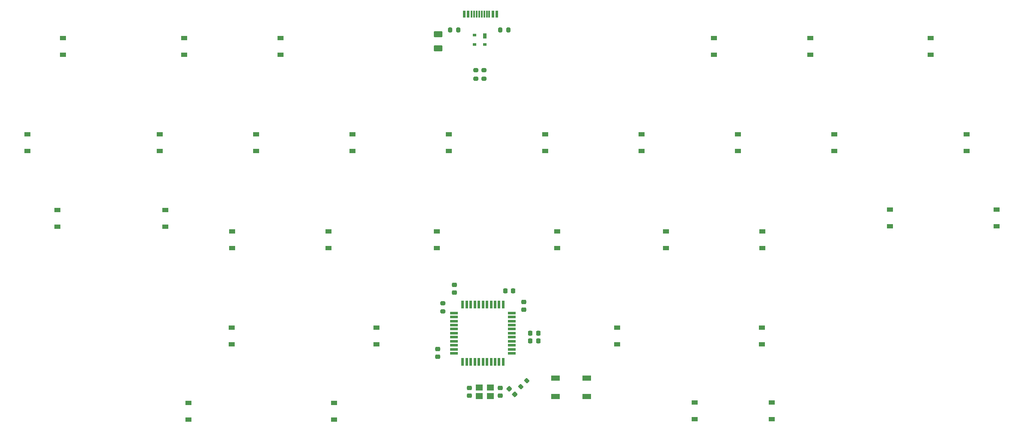
<source format=gbr>
G04 #@! TF.GenerationSoftware,KiCad,Pcbnew,6.0.8-1.fc36*
G04 #@! TF.CreationDate,2022-10-15T08:34:19+02:00*
G04 #@! TF.ProjectId,klacker_small,6b6c6163-6b65-4725-9f73-6d616c6c2e6b,rev?*
G04 #@! TF.SameCoordinates,Original*
G04 #@! TF.FileFunction,Paste,Bot*
G04 #@! TF.FilePolarity,Positive*
%FSLAX46Y46*%
G04 Gerber Fmt 4.6, Leading zero omitted, Abs format (unit mm)*
G04 Created by KiCad (PCBNEW 6.0.8-1.fc36) date 2022-10-15 08:34:19*
%MOMM*%
%LPD*%
G01*
G04 APERTURE LIST*
G04 Aperture macros list*
%AMRoundRect*
0 Rectangle with rounded corners*
0 $1 Rounding radius*
0 $2 $3 $4 $5 $6 $7 $8 $9 X,Y pos of 4 corners*
0 Add a 4 corners polygon primitive as box body*
4,1,4,$2,$3,$4,$5,$6,$7,$8,$9,$2,$3,0*
0 Add four circle primitives for the rounded corners*
1,1,$1+$1,$2,$3*
1,1,$1+$1,$4,$5*
1,1,$1+$1,$6,$7*
1,1,$1+$1,$8,$9*
0 Add four rect primitives between the rounded corners*
20,1,$1+$1,$2,$3,$4,$5,0*
20,1,$1+$1,$4,$5,$6,$7,0*
20,1,$1+$1,$6,$7,$8,$9,0*
20,1,$1+$1,$8,$9,$2,$3,0*%
G04 Aperture macros list end*
%ADD10R,0.600000X1.450000*%
%ADD11R,0.300000X1.450000*%
%ADD12R,1.500000X0.550000*%
%ADD13R,0.550000X1.500000*%
%ADD14RoundRect,0.200000X0.275000X-0.200000X0.275000X0.200000X-0.275000X0.200000X-0.275000X-0.200000X0*%
%ADD15RoundRect,0.200000X-0.275000X0.200000X-0.275000X-0.200000X0.275000X-0.200000X0.275000X0.200000X0*%
%ADD16RoundRect,0.200000X0.053033X-0.335876X0.335876X-0.053033X-0.053033X0.335876X-0.335876X0.053033X0*%
%ADD17R,0.700000X1.000000*%
%ADD18R,0.700000X0.600000*%
%ADD19R,1.800000X1.100000*%
%ADD20RoundRect,0.225000X-0.250000X0.225000X-0.250000X-0.225000X0.250000X-0.225000X0.250000X0.225000X0*%
%ADD21RoundRect,0.200000X0.200000X0.275000X-0.200000X0.275000X-0.200000X-0.275000X0.200000X-0.275000X0*%
%ADD22RoundRect,0.225000X0.250000X-0.225000X0.250000X0.225000X-0.250000X0.225000X-0.250000X-0.225000X0*%
%ADD23RoundRect,0.225000X-0.225000X-0.250000X0.225000X-0.250000X0.225000X0.250000X-0.225000X0.250000X0*%
%ADD24RoundRect,0.200000X-0.200000X-0.275000X0.200000X-0.275000X0.200000X0.275000X-0.200000X0.275000X0*%
%ADD25RoundRect,0.225000X-0.335876X-0.017678X-0.017678X-0.335876X0.335876X0.017678X0.017678X0.335876X0*%
%ADD26R,1.400000X1.200000*%
%ADD27RoundRect,0.250000X0.625000X-0.375000X0.625000X0.375000X-0.625000X0.375000X-0.625000X-0.375000X0*%
%ADD28R,1.200000X0.900000*%
G04 APERTURE END LIST*
D10*
X125385000Y-31712500D03*
X126160000Y-31712500D03*
D11*
X126860000Y-31712500D03*
X127360000Y-31712500D03*
X127860000Y-31712500D03*
X128360000Y-31712500D03*
X128860000Y-31712500D03*
X129360000Y-31712500D03*
X129860000Y-31712500D03*
X130360000Y-31712500D03*
D10*
X131060000Y-31712500D03*
X131835000Y-31712500D03*
D12*
X134800000Y-90900000D03*
X134800000Y-91700000D03*
X134800000Y-92500000D03*
X134800000Y-93300000D03*
X134800000Y-94100000D03*
X134800000Y-94900000D03*
X134800000Y-95700000D03*
X134800000Y-96500000D03*
X134800000Y-97300000D03*
X134800000Y-98100000D03*
X134800000Y-98900000D03*
D13*
X133100000Y-100600000D03*
X132300000Y-100600000D03*
X131500000Y-100600000D03*
X130700000Y-100600000D03*
X129900000Y-100600000D03*
X129100000Y-100600000D03*
X128300000Y-100600000D03*
X127500000Y-100600000D03*
X126700000Y-100600000D03*
X125900000Y-100600000D03*
X125100000Y-100600000D03*
D12*
X123400000Y-98900000D03*
X123400000Y-98100000D03*
X123400000Y-97300000D03*
X123400000Y-96500000D03*
X123400000Y-95700000D03*
X123400000Y-94900000D03*
X123400000Y-94100000D03*
X123400000Y-93300000D03*
X123400000Y-92500000D03*
X123400000Y-91700000D03*
X123400000Y-90900000D03*
D13*
X125100000Y-89200000D03*
X125900000Y-89200000D03*
X126700000Y-89200000D03*
X127500000Y-89200000D03*
X128300000Y-89200000D03*
X129100000Y-89200000D03*
X129900000Y-89200000D03*
X130700000Y-89200000D03*
X131500000Y-89200000D03*
X132300000Y-89200000D03*
X133100000Y-89200000D03*
D14*
X129336000Y-44509228D03*
X129336000Y-42859228D03*
D15*
X121180000Y-88945000D03*
X121180000Y-90595000D03*
D16*
X136616637Y-105483363D03*
X137783363Y-104316637D03*
D17*
X129460000Y-36084228D03*
D18*
X129460000Y-37784228D03*
X127460000Y-37784228D03*
X127460000Y-35884228D03*
D14*
X127685000Y-44509228D03*
X127685000Y-42859228D03*
D19*
X149600000Y-103775000D03*
X143400000Y-107475000D03*
X149600000Y-107475000D03*
X143400000Y-103775000D03*
D20*
X126384999Y-105722002D03*
X126384999Y-107272002D03*
D21*
X134161000Y-34841728D03*
X132511000Y-34841728D03*
D22*
X137200000Y-90275000D03*
X137200000Y-88725000D03*
D23*
X138475000Y-94900000D03*
X140025000Y-94900000D03*
D24*
X122605000Y-34841728D03*
X124255000Y-34841728D03*
D25*
X134291992Y-105881992D03*
X135388008Y-106978008D03*
D22*
X132481000Y-107272001D03*
X132481000Y-105722001D03*
D23*
X133551250Y-86540000D03*
X135101250Y-86540000D03*
X138475000Y-96400000D03*
X140025000Y-96400000D03*
D20*
X120142000Y-98031000D03*
X120142000Y-99581000D03*
D22*
X123444000Y-86881000D03*
X123444000Y-85331000D03*
D26*
X128333000Y-105647000D03*
X130533000Y-105647000D03*
X130533000Y-107347000D03*
X128333000Y-107347000D03*
D27*
X120280000Y-38540000D03*
X120280000Y-35740000D03*
D28*
X184300000Y-78050000D03*
X184300000Y-74750000D03*
X119981250Y-78050000D03*
X119981250Y-74750000D03*
X108025000Y-97100000D03*
X108025000Y-93800000D03*
X165250000Y-78050000D03*
X165250000Y-74750000D03*
X103300000Y-58800000D03*
X103300000Y-55500000D03*
X122350000Y-58800000D03*
X122350000Y-55500000D03*
X39050000Y-58800000D03*
X39050000Y-55500000D03*
X209540000Y-73780000D03*
X209540000Y-70480000D03*
X84250000Y-58800000D03*
X84250000Y-55500000D03*
X65200000Y-58800000D03*
X65200000Y-55500000D03*
X193837500Y-39750000D03*
X193837500Y-36450000D03*
X160450000Y-58800000D03*
X160450000Y-55500000D03*
X184225000Y-97100000D03*
X184225000Y-93800000D03*
X174787500Y-39750000D03*
X174787500Y-36450000D03*
X44958000Y-73786000D03*
X44958000Y-70486000D03*
X155650000Y-97100000D03*
X155650000Y-93800000D03*
X179500000Y-58800000D03*
X179500000Y-55500000D03*
X198550000Y-58800000D03*
X198550000Y-55500000D03*
X70050000Y-39750000D03*
X70050000Y-36450000D03*
X79450000Y-97100000D03*
X79450000Y-93800000D03*
X99690000Y-111980000D03*
X99690000Y-108680000D03*
X98550000Y-78050000D03*
X98550000Y-74750000D03*
X224743750Y-58800000D03*
X224743750Y-55500000D03*
X70860000Y-111980000D03*
X70860000Y-108680000D03*
X170942000Y-111886000D03*
X170942000Y-108586000D03*
X141400000Y-58800000D03*
X141400000Y-55500000D03*
X79500000Y-78050000D03*
X79500000Y-74750000D03*
X186182000Y-111886000D03*
X186182000Y-108586000D03*
X89050000Y-39750000D03*
X89050000Y-36450000D03*
X46037500Y-39750000D03*
X46037500Y-36450000D03*
X217650000Y-39750000D03*
X217650000Y-36450000D03*
X66294000Y-73786000D03*
X66294000Y-70486000D03*
X143818750Y-78050000D03*
X143818750Y-74750000D03*
X230660000Y-73780000D03*
X230660000Y-70480000D03*
M02*

</source>
